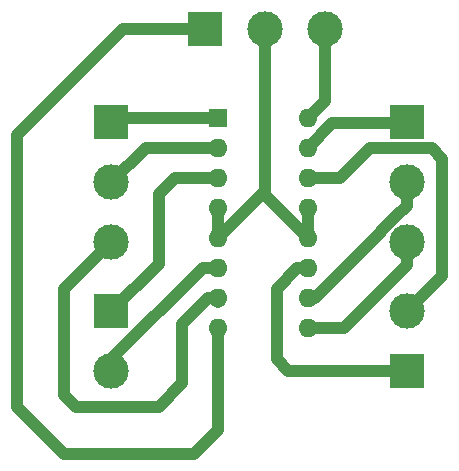
<source format=gbr>
G04 #@! TF.GenerationSoftware,KiCad,Pcbnew,8.0.5*
G04 #@! TF.CreationDate,2024-09-27T19:55:37-03:00*
G04 #@! TF.ProjectId,ponte_h,706f6e74-655f-4682-9e6b-696361645f70,rev?*
G04 #@! TF.SameCoordinates,Original*
G04 #@! TF.FileFunction,Copper,L2,Bot*
G04 #@! TF.FilePolarity,Positive*
%FSLAX46Y46*%
G04 Gerber Fmt 4.6, Leading zero omitted, Abs format (unit mm)*
G04 Created by KiCad (PCBNEW 8.0.5) date 2024-09-27 19:55:37*
%MOMM*%
%LPD*%
G01*
G04 APERTURE LIST*
G04 #@! TA.AperFunction,ComponentPad*
%ADD10R,3.000000X3.000000*%
G04 #@! TD*
G04 #@! TA.AperFunction,ComponentPad*
%ADD11C,3.000000*%
G04 #@! TD*
G04 #@! TA.AperFunction,ComponentPad*
%ADD12R,1.600000X1.600000*%
G04 #@! TD*
G04 #@! TA.AperFunction,ComponentPad*
%ADD13O,1.600000X1.600000*%
G04 #@! TD*
G04 #@! TA.AperFunction,Conductor*
%ADD14C,1.000000*%
G04 #@! TD*
G04 APERTURE END LIST*
D10*
G04 #@! TO.P,J1,1,Pin_1*
G04 #@! TO.N,PWM1*
X130000000Y-89920000D03*
D11*
G04 #@! TO.P,J1,2,Pin_2*
G04 #@! TO.N,IN1*
X130000000Y-95000000D03*
G04 #@! TO.P,J1,3,Pin_3*
G04 #@! TO.N,IN2*
X130000000Y-100080000D03*
G04 #@! TD*
D10*
G04 #@! TO.P,J2,1,Pin_1*
G04 #@! TO.N,+6V*
X137920000Y-82000000D03*
D11*
G04 #@! TO.P,J2,2,Pin_2*
G04 #@! TO.N,GND*
X143000000Y-82000000D03*
G04 #@! TO.P,J2,3,Pin_3*
G04 #@! TO.N,+5V*
X148080000Y-82000000D03*
G04 #@! TD*
D10*
G04 #@! TO.P,J4,1,Pin_1*
G04 #@! TO.N,Net-(J4-Pin_1)*
X155000000Y-111000000D03*
D11*
G04 #@! TO.P,J4,2,Pin_2*
G04 #@! TO.N,Net-(J4-Pin_2)*
X155000000Y-105920000D03*
G04 #@! TD*
D10*
G04 #@! TO.P,J5,1,Pin_1*
G04 #@! TO.N,IN4*
X155000000Y-89920000D03*
D11*
G04 #@! TO.P,J5,2,Pin_2*
G04 #@! TO.N,IN3*
X155000000Y-95000000D03*
G04 #@! TO.P,J5,3,Pin_3*
G04 #@! TO.N,PWM2*
X155000000Y-100080000D03*
G04 #@! TD*
D10*
G04 #@! TO.P,J3,1,Pin_1*
G04 #@! TO.N,Net-(J3-Pin_1)*
X130000000Y-105920000D03*
D11*
G04 #@! TO.P,J3,2,Pin_2*
G04 #@! TO.N,Net-(J3-Pin_2)*
X130000000Y-111000000D03*
G04 #@! TD*
D12*
G04 #@! TO.P,U1,1,EN1\u002C2*
G04 #@! TO.N,PWM1*
X139010000Y-89550000D03*
D13*
G04 #@! TO.P,U1,2,1A*
G04 #@! TO.N,IN1*
X139010000Y-92090000D03*
G04 #@! TO.P,U1,3,1Y*
G04 #@! TO.N,Net-(J3-Pin_1)*
X139010000Y-94630000D03*
G04 #@! TO.P,U1,4,GND*
G04 #@! TO.N,GND*
X139010000Y-97170000D03*
G04 #@! TO.P,U1,5,GND*
X139010000Y-99710000D03*
G04 #@! TO.P,U1,6,2Y*
G04 #@! TO.N,Net-(J3-Pin_2)*
X139010000Y-102250000D03*
G04 #@! TO.P,U1,7,2A*
G04 #@! TO.N,IN2*
X139010000Y-104790000D03*
G04 #@! TO.P,U1,8,VCC2*
G04 #@! TO.N,+6V*
X139010000Y-107330000D03*
G04 #@! TO.P,U1,9,EN3\u002C4*
G04 #@! TO.N,PWM2*
X146630000Y-107330000D03*
G04 #@! TO.P,U1,10,3A*
G04 #@! TO.N,IN3*
X146630000Y-104790000D03*
G04 #@! TO.P,U1,11,3Y*
G04 #@! TO.N,Net-(J4-Pin_1)*
X146630000Y-102250000D03*
G04 #@! TO.P,U1,12,GND*
G04 #@! TO.N,GND*
X146630000Y-99710000D03*
G04 #@! TO.P,U1,13,GND*
X146630000Y-97170000D03*
G04 #@! TO.P,U1,14,4Y*
G04 #@! TO.N,Net-(J4-Pin_2)*
X146630000Y-94630000D03*
G04 #@! TO.P,U1,15,4A*
G04 #@! TO.N,IN4*
X146630000Y-92090000D03*
G04 #@! TO.P,U1,16,VCC1*
G04 #@! TO.N,+5V*
X146630000Y-89550000D03*
G04 #@! TD*
D14*
G04 #@! TO.N,+5V*
X148080000Y-82000000D02*
X148080000Y-88100000D01*
X148080000Y-88100000D02*
X146630000Y-89550000D01*
G04 #@! TO.N,GND*
X143000000Y-95720000D02*
X139010000Y-99710000D01*
X146630000Y-99710000D02*
X146630000Y-97170000D01*
X143000000Y-82000000D02*
X143000000Y-95720000D01*
X139010000Y-99710000D02*
X139010000Y-97170000D01*
X143000000Y-96080000D02*
X146630000Y-99710000D01*
X143000000Y-95720000D02*
X143000000Y-96080000D01*
G04 #@! TO.N,+6V*
X122000000Y-91000000D02*
X131000000Y-82000000D01*
X139010000Y-107330000D02*
X139010000Y-115990000D01*
X137000000Y-118000000D02*
X126000000Y-118000000D01*
X139010000Y-115990000D02*
X137000000Y-118000000D01*
X131000000Y-82000000D02*
X137920000Y-82000000D01*
X122000000Y-114000000D02*
X122000000Y-91000000D01*
X126000000Y-118000000D02*
X122000000Y-114000000D01*
G04 #@! TO.N,Net-(J3-Pin_2)*
X137750000Y-102250000D02*
X130000000Y-110000000D01*
X130000000Y-110000000D02*
X130000000Y-111000000D01*
X130260000Y-111000000D02*
X130000000Y-111000000D01*
X139010000Y-102250000D02*
X137750000Y-102250000D01*
G04 #@! TO.N,Net-(J3-Pin_1)*
X134000000Y-96000000D02*
X134000000Y-101920000D01*
X134000000Y-101920000D02*
X130000000Y-105920000D01*
X139010000Y-94630000D02*
X135370000Y-94630000D01*
X135370000Y-94630000D02*
X134000000Y-96000000D01*
G04 #@! TO.N,Net-(J4-Pin_2)*
X158000000Y-93000000D02*
X157120000Y-92120000D01*
X158000000Y-102920000D02*
X158000000Y-93000000D01*
X149370000Y-94630000D02*
X146630000Y-94630000D01*
X157120000Y-92120000D02*
X151880000Y-92120000D01*
X151880000Y-92120000D02*
X149370000Y-94630000D01*
X155000000Y-105920000D02*
X158000000Y-102920000D01*
G04 #@! TO.N,Net-(J4-Pin_1)*
X144000000Y-110000000D02*
X144000000Y-104000000D01*
X155000000Y-111000000D02*
X145000000Y-111000000D01*
X145750000Y-102250000D02*
X146630000Y-102250000D01*
X145000000Y-111000000D02*
X144000000Y-110000000D01*
X144000000Y-104000000D02*
X145750000Y-102250000D01*
G04 #@! TO.N,PWM1*
X139010000Y-89550000D02*
X130370000Y-89550000D01*
X130370000Y-89550000D02*
X130000000Y-89920000D01*
G04 #@! TO.N,IN1*
X132910000Y-92090000D02*
X130000000Y-95000000D01*
X139010000Y-92090000D02*
X132910000Y-92090000D01*
G04 #@! TO.N,IN2*
X136000000Y-107000000D02*
X138210000Y-104790000D01*
X138210000Y-104790000D02*
X139010000Y-104790000D01*
X126000000Y-113000000D02*
X127000000Y-114000000D01*
X139010000Y-105101270D02*
X139010000Y-104790000D01*
X126000000Y-104080000D02*
X126000000Y-113000000D01*
X136000000Y-112000000D02*
X136000000Y-107000000D01*
X127000000Y-114000000D02*
X134000000Y-114000000D01*
X134000000Y-114000000D02*
X136000000Y-112000000D01*
X130000000Y-100080000D02*
X126000000Y-104080000D01*
G04 #@! TO.N,IN3*
X147210000Y-104790000D02*
X146630000Y-104790000D01*
X155000000Y-97000000D02*
X154120000Y-97880000D01*
X154120000Y-97880000D02*
X154088730Y-97880000D01*
X152800000Y-99168730D02*
X152800000Y-99200000D01*
X154088730Y-97880000D02*
X152800000Y-99168730D01*
X155000000Y-95000000D02*
X155000000Y-97000000D01*
X152800000Y-99200000D02*
X147210000Y-104790000D01*
G04 #@! TO.N,PWM2*
X155000000Y-100080000D02*
X155000000Y-102000000D01*
X155000000Y-102000000D02*
X149670000Y-107330000D01*
X149670000Y-107330000D02*
X146630000Y-107330000D01*
G04 #@! TO.N,IN4*
X154920000Y-90000000D02*
X148720000Y-90000000D01*
X155000000Y-89920000D02*
X154920000Y-90000000D01*
X148720000Y-90000000D02*
X146630000Y-92090000D01*
G04 #@! TD*
M02*

</source>
